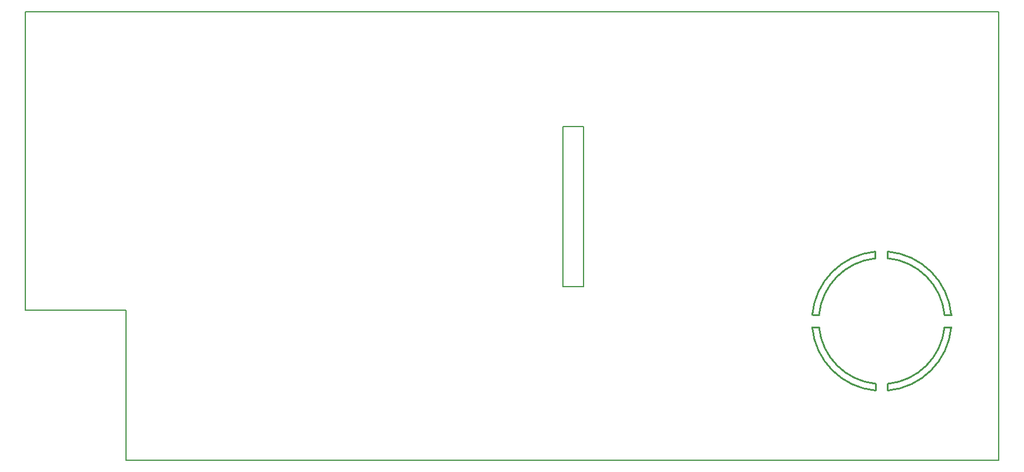
<source format=gbr>
%TF.GenerationSoftware,Altium Limited,Altium Designer,21.5.1 (32)*%
G04 Layer_Color=16711935*
%FSLAX44Y44*%
%MOMM*%
%TF.SameCoordinates,B0397303-8537-4BFB-9E0B-8F0BB310BE14*%
%TF.FilePolarity,Positive*%
%TF.FileFunction,Keep-out,Top*%
%TF.Part,Single*%
G01*
G75*
%TA.AperFunction,NonConductor*%
%ADD42C,0.2000*%
%ADD46C,0.2540*%
D42*
X773250Y479500D02*
X803250D01*
Y249500D02*
Y479500D01*
X773250Y249500D02*
X803250D01*
X773250D02*
Y479500D01*
X145000Y-0D02*
Y215500D01*
X-0D02*
X145000D01*
X-0D02*
X0Y645000D01*
X145000Y-0D02*
X1400000Y0D01*
X0Y645000D02*
X1400000D01*
X1400000Y0D01*
D46*
X1131790Y190981D02*
G03*
X1222685Y100044I99960J9019D01*
G01*
X1240388Y100040D02*
G03*
X1331679Y191006I-8638J99960D01*
G01*
X1222287Y299882D02*
G03*
X1131804Y208767I9463J-99883D01*
G01*
X1331757Y208479D02*
G03*
X1240293Y300001I-100007J-8479D01*
G01*
X1141600Y190886D02*
G03*
X1222734Y109840I90150J9114D01*
G01*
X1240478Y109723D02*
G03*
X1322000Y191000I-8728J90277D01*
G01*
X1322093Y208687D02*
G03*
X1240237Y290362I-90343J-8687D01*
G01*
X1222286Y290157D02*
G03*
X1141519Y208724I9464J-90157D01*
G01*
X1240250Y100250D02*
Y109750D01*
X1132250Y208498D02*
X1141500D01*
X1132000Y191000D02*
X1141500Y191000D01*
X1322250Y208500D02*
X1331750D01*
X1240250Y290500D02*
Y299751D01*
X1222750Y100250D02*
Y109750D01*
X1322000Y191000D02*
X1331501D01*
X1222500Y290500D02*
Y299750D01*
%TF.MD5,0a1ae905c4f5822e58d040aa2faa4cf8*%
M02*

</source>
